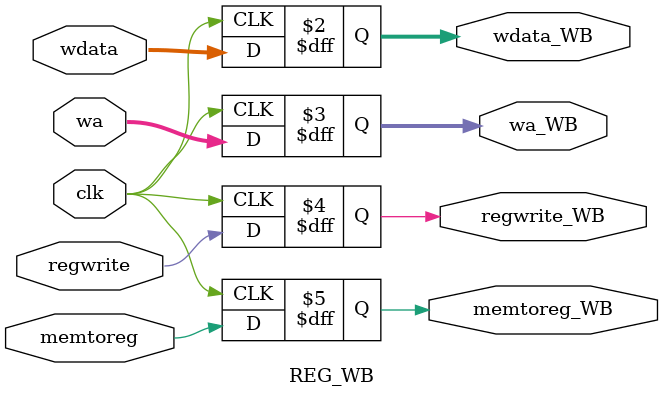
<source format=v>
`timescale 1ns / 1ps

module REG_WB(
input wire clk,
input wire	[31:0]	wdata,		
input wire	[4:0]	wa,
input wire			regwrite,memtoreg,



output reg	[31:0]	wdata_WB,
output reg	[4:0]	wa_WB,
output reg 			regwrite_WB,memtoreg_WB

);

always@(posedge clk)
begin
	wdata_WB  		<= 	wdata;
	wa_WB			<=	wa        ;
	regwrite_WB		<=	regwrite  ;
	memtoreg_WB 	<=	memtoreg  ;
end


endmodule
</source>
